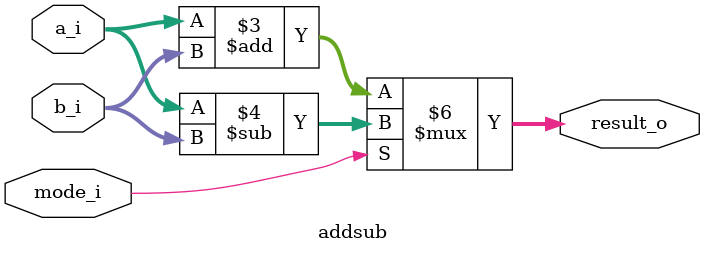
<source format=sv>
module addsub (
    input logic [4:0] a_i,
    input logic [4:0] b_i,
    input logic       mode_i,

    output logic [4:0] result_o
    );

    // add your implementation here
    // use the mode_i signal to select between addition and subtraction
    // use two's complement for subtraction
    // start simple by doing addition with one bit only
    always_comb begin
        if (mode_i == 1'b0) begin
            result_o = a_i + b_i;
        end else begin
            result_o = a_i - b_i;
        end
    end
endmodule

</source>
